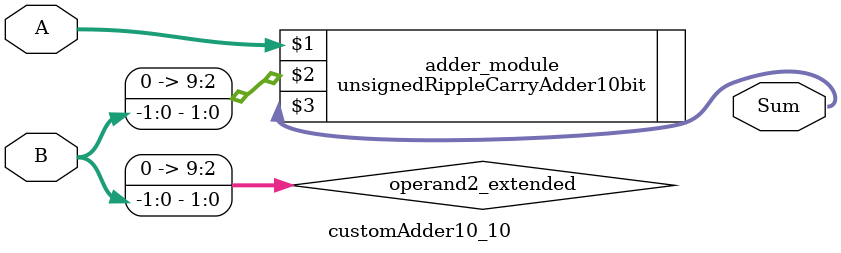
<source format=v>
module customAdder10_10(
                        input [9 : 0] A,
                        input [-1 : 0] B,
                        
                        output [10 : 0] Sum
                );

        wire [9 : 0] operand2_extended;
        
        assign operand2_extended =  {10'b0, B};
        
        unsignedRippleCarryAdder10bit adder_module(
            A,
            operand2_extended,
            Sum
        );
        
        endmodule
        
</source>
